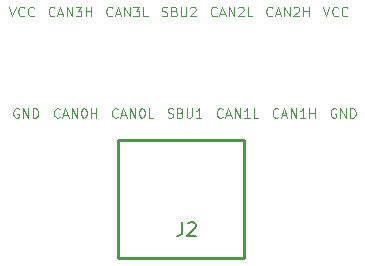
<source format=gbr>
%TF.GenerationSoftware,KiCad,Pcbnew,8.0.1*%
%TF.CreationDate,2024-03-22T11:25:25-04:00*%
%TF.ProjectId,commapogo_female,636f6d6d-6170-46f6-976f-5f66656d616c,rev?*%
%TF.SameCoordinates,Original*%
%TF.FileFunction,Legend,Top*%
%TF.FilePolarity,Positive*%
%FSLAX46Y46*%
G04 Gerber Fmt 4.6, Leading zero omitted, Abs format (unit mm)*
G04 Created by KiCad (PCBNEW 8.0.1) date 2024-03-22 11:25:25*
%MOMM*%
%LPD*%
G01*
G04 APERTURE LIST*
%ADD10C,0.100000*%
%ADD11C,0.152000*%
%ADD12C,0.254000*%
%ADD13C,3.000000*%
%ADD14C,0.650000*%
%ADD15O,1.000000X1.600000*%
%ADD16O,1.000000X1.800000*%
%ADD17O,1.000000X1.700000*%
%ADD18R,0.300000X1.000000*%
%ADD19C,0.600000*%
%ADD20C,2.500000*%
G04 APERTURE END LIST*
D10*
X-14573178Y8675505D02*
X-14306511Y7875505D01*
X-14306511Y7875505D02*
X-14039845Y8675505D01*
X-13316035Y7951696D02*
X-13354131Y7913600D01*
X-13354131Y7913600D02*
X-13468416Y7875505D01*
X-13468416Y7875505D02*
X-13544607Y7875505D01*
X-13544607Y7875505D02*
X-13658893Y7913600D01*
X-13658893Y7913600D02*
X-13735083Y7989791D01*
X-13735083Y7989791D02*
X-13773178Y8065981D01*
X-13773178Y8065981D02*
X-13811274Y8218362D01*
X-13811274Y8218362D02*
X-13811274Y8332648D01*
X-13811274Y8332648D02*
X-13773178Y8485029D01*
X-13773178Y8485029D02*
X-13735083Y8561220D01*
X-13735083Y8561220D02*
X-13658893Y8637410D01*
X-13658893Y8637410D02*
X-13544607Y8675505D01*
X-13544607Y8675505D02*
X-13468416Y8675505D01*
X-13468416Y8675505D02*
X-13354131Y8637410D01*
X-13354131Y8637410D02*
X-13316035Y8599315D01*
X-12516035Y7951696D02*
X-12554131Y7913600D01*
X-12554131Y7913600D02*
X-12668416Y7875505D01*
X-12668416Y7875505D02*
X-12744607Y7875505D01*
X-12744607Y7875505D02*
X-12858893Y7913600D01*
X-12858893Y7913600D02*
X-12935083Y7989791D01*
X-12935083Y7989791D02*
X-12973178Y8065981D01*
X-12973178Y8065981D02*
X-13011274Y8218362D01*
X-13011274Y8218362D02*
X-13011274Y8332648D01*
X-13011274Y8332648D02*
X-12973178Y8485029D01*
X-12973178Y8485029D02*
X-12935083Y8561220D01*
X-12935083Y8561220D02*
X-12858893Y8637410D01*
X-12858893Y8637410D02*
X-12744607Y8675505D01*
X-12744607Y8675505D02*
X-12668416Y8675505D01*
X-12668416Y8675505D02*
X-12554131Y8637410D01*
X-12554131Y8637410D02*
X-12516035Y8599315D01*
X13087355Y52210D02*
X13011165Y90305D01*
X13011165Y90305D02*
X12896879Y90305D01*
X12896879Y90305D02*
X12782593Y52210D01*
X12782593Y52210D02*
X12706403Y-23980D01*
X12706403Y-23980D02*
X12668308Y-100171D01*
X12668308Y-100171D02*
X12630212Y-252552D01*
X12630212Y-252552D02*
X12630212Y-366838D01*
X12630212Y-366838D02*
X12668308Y-519219D01*
X12668308Y-519219D02*
X12706403Y-595409D01*
X12706403Y-595409D02*
X12782593Y-671600D01*
X12782593Y-671600D02*
X12896879Y-709695D01*
X12896879Y-709695D02*
X12973070Y-709695D01*
X12973070Y-709695D02*
X13087355Y-671600D01*
X13087355Y-671600D02*
X13125451Y-633504D01*
X13125451Y-633504D02*
X13125451Y-366838D01*
X13125451Y-366838D02*
X12973070Y-366838D01*
X13468308Y-709695D02*
X13468308Y90305D01*
X13468308Y90305D02*
X13925451Y-709695D01*
X13925451Y-709695D02*
X13925451Y90305D01*
X14306403Y-709695D02*
X14306403Y90305D01*
X14306403Y90305D02*
X14496879Y90305D01*
X14496879Y90305D02*
X14611165Y52210D01*
X14611165Y52210D02*
X14687355Y-23980D01*
X14687355Y-23980D02*
X14725450Y-100171D01*
X14725450Y-100171D02*
X14763546Y-252552D01*
X14763546Y-252552D02*
X14763546Y-366838D01*
X14763546Y-366838D02*
X14725450Y-519219D01*
X14725450Y-519219D02*
X14687355Y-595409D01*
X14687355Y-595409D02*
X14611165Y-671600D01*
X14611165Y-671600D02*
X14496879Y-709695D01*
X14496879Y-709695D02*
X14306403Y-709695D01*
D11*
X63714Y-9537869D02*
X63714Y-10354298D01*
X63714Y-10354298D02*
X9285Y-10517583D01*
X9285Y-10517583D02*
X-99572Y-10626441D01*
X-99572Y-10626441D02*
X-262858Y-10680869D01*
X-262858Y-10680869D02*
X-371715Y-10680869D01*
X553571Y-9646726D02*
X607999Y-9592298D01*
X607999Y-9592298D02*
X716857Y-9537869D01*
X716857Y-9537869D02*
X988999Y-9537869D01*
X988999Y-9537869D02*
X1097857Y-9592298D01*
X1097857Y-9592298D02*
X1152285Y-9646726D01*
X1152285Y-9646726D02*
X1206714Y-9755583D01*
X1206714Y-9755583D02*
X1206714Y-9864441D01*
X1206714Y-9864441D02*
X1152285Y-10027726D01*
X1152285Y-10027726D02*
X499142Y-10680869D01*
X499142Y-10680869D02*
X1206714Y-10680869D01*
D10*
X11995222Y8675505D02*
X12261889Y7875505D01*
X12261889Y7875505D02*
X12528555Y8675505D01*
X13252365Y7951696D02*
X13214269Y7913600D01*
X13214269Y7913600D02*
X13099984Y7875505D01*
X13099984Y7875505D02*
X13023793Y7875505D01*
X13023793Y7875505D02*
X12909507Y7913600D01*
X12909507Y7913600D02*
X12833317Y7989791D01*
X12833317Y7989791D02*
X12795222Y8065981D01*
X12795222Y8065981D02*
X12757126Y8218362D01*
X12757126Y8218362D02*
X12757126Y8332648D01*
X12757126Y8332648D02*
X12795222Y8485029D01*
X12795222Y8485029D02*
X12833317Y8561220D01*
X12833317Y8561220D02*
X12909507Y8637410D01*
X12909507Y8637410D02*
X13023793Y8675505D01*
X13023793Y8675505D02*
X13099984Y8675505D01*
X13099984Y8675505D02*
X13214269Y8637410D01*
X13214269Y8637410D02*
X13252365Y8599315D01*
X14052365Y7951696D02*
X14014269Y7913600D01*
X14014269Y7913600D02*
X13899984Y7875505D01*
X13899984Y7875505D02*
X13823793Y7875505D01*
X13823793Y7875505D02*
X13709507Y7913600D01*
X13709507Y7913600D02*
X13633317Y7989791D01*
X13633317Y7989791D02*
X13595222Y8065981D01*
X13595222Y8065981D02*
X13557126Y8218362D01*
X13557126Y8218362D02*
X13557126Y8332648D01*
X13557126Y8332648D02*
X13595222Y8485029D01*
X13595222Y8485029D02*
X13633317Y8561220D01*
X13633317Y8561220D02*
X13709507Y8637410D01*
X13709507Y8637410D02*
X13823793Y8675505D01*
X13823793Y8675505D02*
X13899984Y8675505D01*
X13899984Y8675505D02*
X14014269Y8637410D01*
X14014269Y8637410D02*
X14052365Y8599315D01*
X-10748286Y7951696D02*
X-10786382Y7913600D01*
X-10786382Y7913600D02*
X-10900667Y7875505D01*
X-10900667Y7875505D02*
X-10976858Y7875505D01*
X-10976858Y7875505D02*
X-11091144Y7913600D01*
X-11091144Y7913600D02*
X-11167334Y7989791D01*
X-11167334Y7989791D02*
X-11205429Y8065981D01*
X-11205429Y8065981D02*
X-11243525Y8218362D01*
X-11243525Y8218362D02*
X-11243525Y8332648D01*
X-11243525Y8332648D02*
X-11205429Y8485029D01*
X-11205429Y8485029D02*
X-11167334Y8561220D01*
X-11167334Y8561220D02*
X-11091144Y8637410D01*
X-11091144Y8637410D02*
X-10976858Y8675505D01*
X-10976858Y8675505D02*
X-10900667Y8675505D01*
X-10900667Y8675505D02*
X-10786382Y8637410D01*
X-10786382Y8637410D02*
X-10748286Y8599315D01*
X-10443525Y8104077D02*
X-10062572Y8104077D01*
X-10519715Y7875505D02*
X-10253048Y8675505D01*
X-10253048Y8675505D02*
X-9986382Y7875505D01*
X-9719715Y7875505D02*
X-9719715Y8675505D01*
X-9719715Y8675505D02*
X-9262572Y7875505D01*
X-9262572Y7875505D02*
X-9262572Y8675505D01*
X-8957811Y8675505D02*
X-8462573Y8675505D01*
X-8462573Y8675505D02*
X-8729239Y8370743D01*
X-8729239Y8370743D02*
X-8614954Y8370743D01*
X-8614954Y8370743D02*
X-8538763Y8332648D01*
X-8538763Y8332648D02*
X-8500668Y8294553D01*
X-8500668Y8294553D02*
X-8462573Y8218362D01*
X-8462573Y8218362D02*
X-8462573Y8027886D01*
X-8462573Y8027886D02*
X-8500668Y7951696D01*
X-8500668Y7951696D02*
X-8538763Y7913600D01*
X-8538763Y7913600D02*
X-8614954Y7875505D01*
X-8614954Y7875505D02*
X-8843525Y7875505D01*
X-8843525Y7875505D02*
X-8919716Y7913600D01*
X-8919716Y7913600D02*
X-8957811Y7951696D01*
X-8119715Y7875505D02*
X-8119715Y8675505D01*
X-8119715Y8294553D02*
X-7662572Y8294553D01*
X-7662572Y7875505D02*
X-7662572Y8675505D01*
X-5399541Y-633504D02*
X-5437637Y-671600D01*
X-5437637Y-671600D02*
X-5551922Y-709695D01*
X-5551922Y-709695D02*
X-5628113Y-709695D01*
X-5628113Y-709695D02*
X-5742399Y-671600D01*
X-5742399Y-671600D02*
X-5818589Y-595409D01*
X-5818589Y-595409D02*
X-5856684Y-519219D01*
X-5856684Y-519219D02*
X-5894780Y-366838D01*
X-5894780Y-366838D02*
X-5894780Y-252552D01*
X-5894780Y-252552D02*
X-5856684Y-100171D01*
X-5856684Y-100171D02*
X-5818589Y-23980D01*
X-5818589Y-23980D02*
X-5742399Y52210D01*
X-5742399Y52210D02*
X-5628113Y90305D01*
X-5628113Y90305D02*
X-5551922Y90305D01*
X-5551922Y90305D02*
X-5437637Y52210D01*
X-5437637Y52210D02*
X-5399541Y14115D01*
X-5094780Y-481123D02*
X-4713827Y-481123D01*
X-5170970Y-709695D02*
X-4904303Y90305D01*
X-4904303Y90305D02*
X-4637637Y-709695D01*
X-4370970Y-709695D02*
X-4370970Y90305D01*
X-4370970Y90305D02*
X-3913827Y-709695D01*
X-3913827Y-709695D02*
X-3913827Y90305D01*
X-3380494Y90305D02*
X-3304304Y90305D01*
X-3304304Y90305D02*
X-3228113Y52210D01*
X-3228113Y52210D02*
X-3190018Y14115D01*
X-3190018Y14115D02*
X-3151923Y-62076D01*
X-3151923Y-62076D02*
X-3113828Y-214457D01*
X-3113828Y-214457D02*
X-3113828Y-404933D01*
X-3113828Y-404933D02*
X-3151923Y-557314D01*
X-3151923Y-557314D02*
X-3190018Y-633504D01*
X-3190018Y-633504D02*
X-3228113Y-671600D01*
X-3228113Y-671600D02*
X-3304304Y-709695D01*
X-3304304Y-709695D02*
X-3380494Y-709695D01*
X-3380494Y-709695D02*
X-3456685Y-671600D01*
X-3456685Y-671600D02*
X-3494780Y-633504D01*
X-3494780Y-633504D02*
X-3532875Y-557314D01*
X-3532875Y-557314D02*
X-3570971Y-404933D01*
X-3570971Y-404933D02*
X-3570971Y-214457D01*
X-3570971Y-214457D02*
X-3532875Y-62076D01*
X-3532875Y-62076D02*
X-3494780Y14115D01*
X-3494780Y14115D02*
X-3456685Y52210D01*
X-3456685Y52210D02*
X-3380494Y90305D01*
X-2390018Y-709695D02*
X-2770970Y-709695D01*
X-2770970Y-709695D02*
X-2770970Y90305D01*
X-1168295Y-671600D02*
X-1054009Y-709695D01*
X-1054009Y-709695D02*
X-863533Y-709695D01*
X-863533Y-709695D02*
X-787342Y-671600D01*
X-787342Y-671600D02*
X-749247Y-633504D01*
X-749247Y-633504D02*
X-711152Y-557314D01*
X-711152Y-557314D02*
X-711152Y-481123D01*
X-711152Y-481123D02*
X-749247Y-404933D01*
X-749247Y-404933D02*
X-787342Y-366838D01*
X-787342Y-366838D02*
X-863533Y-328742D01*
X-863533Y-328742D02*
X-1015914Y-290647D01*
X-1015914Y-290647D02*
X-1092104Y-252552D01*
X-1092104Y-252552D02*
X-1130199Y-214457D01*
X-1130199Y-214457D02*
X-1168295Y-138266D01*
X-1168295Y-138266D02*
X-1168295Y-62076D01*
X-1168295Y-62076D02*
X-1130199Y14115D01*
X-1130199Y14115D02*
X-1092104Y52210D01*
X-1092104Y52210D02*
X-1015914Y90305D01*
X-1015914Y90305D02*
X-825437Y90305D01*
X-825437Y90305D02*
X-711152Y52210D01*
X-101628Y-290647D02*
X12658Y-328742D01*
X12658Y-328742D02*
X50753Y-366838D01*
X50753Y-366838D02*
X88849Y-443028D01*
X88849Y-443028D02*
X88849Y-557314D01*
X88849Y-557314D02*
X50753Y-633504D01*
X50753Y-633504D02*
X12658Y-671600D01*
X12658Y-671600D02*
X-63532Y-709695D01*
X-63532Y-709695D02*
X-368294Y-709695D01*
X-368294Y-709695D02*
X-368294Y90305D01*
X-368294Y90305D02*
X-101628Y90305D01*
X-101628Y90305D02*
X-25437Y52210D01*
X-25437Y52210D02*
X12658Y14115D01*
X12658Y14115D02*
X50753Y-62076D01*
X50753Y-62076D02*
X50753Y-138266D01*
X50753Y-138266D02*
X12658Y-214457D01*
X12658Y-214457D02*
X-25437Y-252552D01*
X-25437Y-252552D02*
X-101628Y-290647D01*
X-101628Y-290647D02*
X-368294Y-290647D01*
X431706Y90305D02*
X431706Y-557314D01*
X431706Y-557314D02*
X469801Y-633504D01*
X469801Y-633504D02*
X507896Y-671600D01*
X507896Y-671600D02*
X584087Y-709695D01*
X584087Y-709695D02*
X736468Y-709695D01*
X736468Y-709695D02*
X812658Y-671600D01*
X812658Y-671600D02*
X850753Y-633504D01*
X850753Y-633504D02*
X888849Y-557314D01*
X888849Y-557314D02*
X888849Y90305D01*
X1688848Y-709695D02*
X1231705Y-709695D01*
X1460277Y-709695D02*
X1460277Y90305D01*
X1460277Y90305D02*
X1384086Y-23980D01*
X1384086Y-23980D02*
X1307896Y-100171D01*
X1307896Y-100171D02*
X1231705Y-138266D01*
X-13785845Y52210D02*
X-13862035Y90305D01*
X-13862035Y90305D02*
X-13976321Y90305D01*
X-13976321Y90305D02*
X-14090607Y52210D01*
X-14090607Y52210D02*
X-14166797Y-23980D01*
X-14166797Y-23980D02*
X-14204892Y-100171D01*
X-14204892Y-100171D02*
X-14242988Y-252552D01*
X-14242988Y-252552D02*
X-14242988Y-366838D01*
X-14242988Y-366838D02*
X-14204892Y-519219D01*
X-14204892Y-519219D02*
X-14166797Y-595409D01*
X-14166797Y-595409D02*
X-14090607Y-671600D01*
X-14090607Y-671600D02*
X-13976321Y-709695D01*
X-13976321Y-709695D02*
X-13900130Y-709695D01*
X-13900130Y-709695D02*
X-13785845Y-671600D01*
X-13785845Y-671600D02*
X-13747749Y-633504D01*
X-13747749Y-633504D02*
X-13747749Y-366838D01*
X-13747749Y-366838D02*
X-13900130Y-366838D01*
X-13404892Y-709695D02*
X-13404892Y90305D01*
X-13404892Y90305D02*
X-12947749Y-709695D01*
X-12947749Y-709695D02*
X-12947749Y90305D01*
X-12566797Y-709695D02*
X-12566797Y90305D01*
X-12566797Y90305D02*
X-12376321Y90305D01*
X-12376321Y90305D02*
X-12262035Y52210D01*
X-12262035Y52210D02*
X-12185845Y-23980D01*
X-12185845Y-23980D02*
X-12147750Y-100171D01*
X-12147750Y-100171D02*
X-12109654Y-252552D01*
X-12109654Y-252552D02*
X-12109654Y-366838D01*
X-12109654Y-366838D02*
X-12147750Y-519219D01*
X-12147750Y-519219D02*
X-12185845Y-595409D01*
X-12185845Y-595409D02*
X-12262035Y-671600D01*
X-12262035Y-671600D02*
X-12376321Y-709695D01*
X-12376321Y-709695D02*
X-12566797Y-709695D01*
X-1650885Y7913600D02*
X-1536599Y7875505D01*
X-1536599Y7875505D02*
X-1346123Y7875505D01*
X-1346123Y7875505D02*
X-1269932Y7913600D01*
X-1269932Y7913600D02*
X-1231837Y7951696D01*
X-1231837Y7951696D02*
X-1193742Y8027886D01*
X-1193742Y8027886D02*
X-1193742Y8104077D01*
X-1193742Y8104077D02*
X-1231837Y8180267D01*
X-1231837Y8180267D02*
X-1269932Y8218362D01*
X-1269932Y8218362D02*
X-1346123Y8256458D01*
X-1346123Y8256458D02*
X-1498504Y8294553D01*
X-1498504Y8294553D02*
X-1574694Y8332648D01*
X-1574694Y8332648D02*
X-1612789Y8370743D01*
X-1612789Y8370743D02*
X-1650885Y8446934D01*
X-1650885Y8446934D02*
X-1650885Y8523124D01*
X-1650885Y8523124D02*
X-1612789Y8599315D01*
X-1612789Y8599315D02*
X-1574694Y8637410D01*
X-1574694Y8637410D02*
X-1498504Y8675505D01*
X-1498504Y8675505D02*
X-1308027Y8675505D01*
X-1308027Y8675505D02*
X-1193742Y8637410D01*
X-584218Y8294553D02*
X-469932Y8256458D01*
X-469932Y8256458D02*
X-431837Y8218362D01*
X-431837Y8218362D02*
X-393741Y8142172D01*
X-393741Y8142172D02*
X-393741Y8027886D01*
X-393741Y8027886D02*
X-431837Y7951696D01*
X-431837Y7951696D02*
X-469932Y7913600D01*
X-469932Y7913600D02*
X-546122Y7875505D01*
X-546122Y7875505D02*
X-850884Y7875505D01*
X-850884Y7875505D02*
X-850884Y8675505D01*
X-850884Y8675505D02*
X-584218Y8675505D01*
X-584218Y8675505D02*
X-508027Y8637410D01*
X-508027Y8637410D02*
X-469932Y8599315D01*
X-469932Y8599315D02*
X-431837Y8523124D01*
X-431837Y8523124D02*
X-431837Y8446934D01*
X-431837Y8446934D02*
X-469932Y8370743D01*
X-469932Y8370743D02*
X-508027Y8332648D01*
X-508027Y8332648D02*
X-584218Y8294553D01*
X-584218Y8294553D02*
X-850884Y8294553D01*
X-50884Y8675505D02*
X-50884Y8027886D01*
X-50884Y8027886D02*
X-12789Y7951696D01*
X-12789Y7951696D02*
X25306Y7913600D01*
X25306Y7913600D02*
X101497Y7875505D01*
X101497Y7875505D02*
X253878Y7875505D01*
X253878Y7875505D02*
X330068Y7913600D01*
X330068Y7913600D02*
X368163Y7951696D01*
X368163Y7951696D02*
X406259Y8027886D01*
X406259Y8027886D02*
X406259Y8675505D01*
X749115Y8599315D02*
X787211Y8637410D01*
X787211Y8637410D02*
X863401Y8675505D01*
X863401Y8675505D02*
X1053877Y8675505D01*
X1053877Y8675505D02*
X1130068Y8637410D01*
X1130068Y8637410D02*
X1168163Y8599315D01*
X1168163Y8599315D02*
X1206258Y8523124D01*
X1206258Y8523124D02*
X1206258Y8446934D01*
X1206258Y8446934D02*
X1168163Y8332648D01*
X1168163Y8332648D02*
X711020Y7875505D01*
X711020Y7875505D02*
X1206258Y7875505D01*
X7675090Y7951696D02*
X7636994Y7913600D01*
X7636994Y7913600D02*
X7522709Y7875505D01*
X7522709Y7875505D02*
X7446518Y7875505D01*
X7446518Y7875505D02*
X7332232Y7913600D01*
X7332232Y7913600D02*
X7256042Y7989791D01*
X7256042Y7989791D02*
X7217947Y8065981D01*
X7217947Y8065981D02*
X7179851Y8218362D01*
X7179851Y8218362D02*
X7179851Y8332648D01*
X7179851Y8332648D02*
X7217947Y8485029D01*
X7217947Y8485029D02*
X7256042Y8561220D01*
X7256042Y8561220D02*
X7332232Y8637410D01*
X7332232Y8637410D02*
X7446518Y8675505D01*
X7446518Y8675505D02*
X7522709Y8675505D01*
X7522709Y8675505D02*
X7636994Y8637410D01*
X7636994Y8637410D02*
X7675090Y8599315D01*
X7979851Y8104077D02*
X8360804Y8104077D01*
X7903661Y7875505D02*
X8170328Y8675505D01*
X8170328Y8675505D02*
X8436994Y7875505D01*
X8703661Y7875505D02*
X8703661Y8675505D01*
X8703661Y8675505D02*
X9160804Y7875505D01*
X9160804Y7875505D02*
X9160804Y8675505D01*
X9503660Y8599315D02*
X9541756Y8637410D01*
X9541756Y8637410D02*
X9617946Y8675505D01*
X9617946Y8675505D02*
X9808422Y8675505D01*
X9808422Y8675505D02*
X9884613Y8637410D01*
X9884613Y8637410D02*
X9922708Y8599315D01*
X9922708Y8599315D02*
X9960803Y8523124D01*
X9960803Y8523124D02*
X9960803Y8446934D01*
X9960803Y8446934D02*
X9922708Y8332648D01*
X9922708Y8332648D02*
X9465565Y7875505D01*
X9465565Y7875505D02*
X9960803Y7875505D01*
X10303661Y7875505D02*
X10303661Y8675505D01*
X10303661Y8294553D02*
X10760804Y8294553D01*
X10760804Y7875505D02*
X10760804Y8675505D01*
X-10316502Y-633504D02*
X-10354598Y-671600D01*
X-10354598Y-671600D02*
X-10468883Y-709695D01*
X-10468883Y-709695D02*
X-10545074Y-709695D01*
X-10545074Y-709695D02*
X-10659360Y-671600D01*
X-10659360Y-671600D02*
X-10735550Y-595409D01*
X-10735550Y-595409D02*
X-10773645Y-519219D01*
X-10773645Y-519219D02*
X-10811741Y-366838D01*
X-10811741Y-366838D02*
X-10811741Y-252552D01*
X-10811741Y-252552D02*
X-10773645Y-100171D01*
X-10773645Y-100171D02*
X-10735550Y-23980D01*
X-10735550Y-23980D02*
X-10659360Y52210D01*
X-10659360Y52210D02*
X-10545074Y90305D01*
X-10545074Y90305D02*
X-10468883Y90305D01*
X-10468883Y90305D02*
X-10354598Y52210D01*
X-10354598Y52210D02*
X-10316502Y14115D01*
X-10011741Y-481123D02*
X-9630788Y-481123D01*
X-10087931Y-709695D02*
X-9821264Y90305D01*
X-9821264Y90305D02*
X-9554598Y-709695D01*
X-9287931Y-709695D02*
X-9287931Y90305D01*
X-9287931Y90305D02*
X-8830788Y-709695D01*
X-8830788Y-709695D02*
X-8830788Y90305D01*
X-8297455Y90305D02*
X-8221265Y90305D01*
X-8221265Y90305D02*
X-8145074Y52210D01*
X-8145074Y52210D02*
X-8106979Y14115D01*
X-8106979Y14115D02*
X-8068884Y-62076D01*
X-8068884Y-62076D02*
X-8030789Y-214457D01*
X-8030789Y-214457D02*
X-8030789Y-404933D01*
X-8030789Y-404933D02*
X-8068884Y-557314D01*
X-8068884Y-557314D02*
X-8106979Y-633504D01*
X-8106979Y-633504D02*
X-8145074Y-671600D01*
X-8145074Y-671600D02*
X-8221265Y-709695D01*
X-8221265Y-709695D02*
X-8297455Y-709695D01*
X-8297455Y-709695D02*
X-8373646Y-671600D01*
X-8373646Y-671600D02*
X-8411741Y-633504D01*
X-8411741Y-633504D02*
X-8449836Y-557314D01*
X-8449836Y-557314D02*
X-8487932Y-404933D01*
X-8487932Y-404933D02*
X-8487932Y-214457D01*
X-8487932Y-214457D02*
X-8449836Y-62076D01*
X-8449836Y-62076D02*
X-8411741Y14115D01*
X-8411741Y14115D02*
X-8373646Y52210D01*
X-8373646Y52210D02*
X-8297455Y90305D01*
X-7687931Y-709695D02*
X-7687931Y90305D01*
X-7687931Y-290647D02*
X-7230788Y-290647D01*
X-7230788Y-709695D02*
X-7230788Y90305D01*
X-5856728Y7951696D02*
X-5894824Y7913600D01*
X-5894824Y7913600D02*
X-6009109Y7875505D01*
X-6009109Y7875505D02*
X-6085300Y7875505D01*
X-6085300Y7875505D02*
X-6199586Y7913600D01*
X-6199586Y7913600D02*
X-6275776Y7989791D01*
X-6275776Y7989791D02*
X-6313871Y8065981D01*
X-6313871Y8065981D02*
X-6351967Y8218362D01*
X-6351967Y8218362D02*
X-6351967Y8332648D01*
X-6351967Y8332648D02*
X-6313871Y8485029D01*
X-6313871Y8485029D02*
X-6275776Y8561220D01*
X-6275776Y8561220D02*
X-6199586Y8637410D01*
X-6199586Y8637410D02*
X-6085300Y8675505D01*
X-6085300Y8675505D02*
X-6009109Y8675505D01*
X-6009109Y8675505D02*
X-5894824Y8637410D01*
X-5894824Y8637410D02*
X-5856728Y8599315D01*
X-5551967Y8104077D02*
X-5171014Y8104077D01*
X-5628157Y7875505D02*
X-5361490Y8675505D01*
X-5361490Y8675505D02*
X-5094824Y7875505D01*
X-4828157Y7875505D02*
X-4828157Y8675505D01*
X-4828157Y8675505D02*
X-4371014Y7875505D01*
X-4371014Y7875505D02*
X-4371014Y8675505D01*
X-4066253Y8675505D02*
X-3571015Y8675505D01*
X-3571015Y8675505D02*
X-3837681Y8370743D01*
X-3837681Y8370743D02*
X-3723396Y8370743D01*
X-3723396Y8370743D02*
X-3647205Y8332648D01*
X-3647205Y8332648D02*
X-3609110Y8294553D01*
X-3609110Y8294553D02*
X-3571015Y8218362D01*
X-3571015Y8218362D02*
X-3571015Y8027886D01*
X-3571015Y8027886D02*
X-3609110Y7951696D01*
X-3609110Y7951696D02*
X-3647205Y7913600D01*
X-3647205Y7913600D02*
X-3723396Y7875505D01*
X-3723396Y7875505D02*
X-3951967Y7875505D01*
X-3951967Y7875505D02*
X-4028158Y7913600D01*
X-4028158Y7913600D02*
X-4066253Y7951696D01*
X-2847205Y7875505D02*
X-3228157Y7875505D01*
X-3228157Y7875505D02*
X-3228157Y8675505D01*
X3482001Y-633504D02*
X3443905Y-671600D01*
X3443905Y-671600D02*
X3329620Y-709695D01*
X3329620Y-709695D02*
X3253429Y-709695D01*
X3253429Y-709695D02*
X3139143Y-671600D01*
X3139143Y-671600D02*
X3062953Y-595409D01*
X3062953Y-595409D02*
X3024858Y-519219D01*
X3024858Y-519219D02*
X2986762Y-366838D01*
X2986762Y-366838D02*
X2986762Y-252552D01*
X2986762Y-252552D02*
X3024858Y-100171D01*
X3024858Y-100171D02*
X3062953Y-23980D01*
X3062953Y-23980D02*
X3139143Y52210D01*
X3139143Y52210D02*
X3253429Y90305D01*
X3253429Y90305D02*
X3329620Y90305D01*
X3329620Y90305D02*
X3443905Y52210D01*
X3443905Y52210D02*
X3482001Y14115D01*
X3786762Y-481123D02*
X4167715Y-481123D01*
X3710572Y-709695D02*
X3977239Y90305D01*
X3977239Y90305D02*
X4243905Y-709695D01*
X4510572Y-709695D02*
X4510572Y90305D01*
X4510572Y90305D02*
X4967715Y-709695D01*
X4967715Y-709695D02*
X4967715Y90305D01*
X5767714Y-709695D02*
X5310571Y-709695D01*
X5539143Y-709695D02*
X5539143Y90305D01*
X5539143Y90305D02*
X5462952Y-23980D01*
X5462952Y-23980D02*
X5386762Y-100171D01*
X5386762Y-100171D02*
X5310571Y-138266D01*
X6491524Y-709695D02*
X6110572Y-709695D01*
X6110572Y-709695D02*
X6110572Y90305D01*
X2974008Y7951696D02*
X2935912Y7913600D01*
X2935912Y7913600D02*
X2821627Y7875505D01*
X2821627Y7875505D02*
X2745436Y7875505D01*
X2745436Y7875505D02*
X2631150Y7913600D01*
X2631150Y7913600D02*
X2554960Y7989791D01*
X2554960Y7989791D02*
X2516865Y8065981D01*
X2516865Y8065981D02*
X2478769Y8218362D01*
X2478769Y8218362D02*
X2478769Y8332648D01*
X2478769Y8332648D02*
X2516865Y8485029D01*
X2516865Y8485029D02*
X2554960Y8561220D01*
X2554960Y8561220D02*
X2631150Y8637410D01*
X2631150Y8637410D02*
X2745436Y8675505D01*
X2745436Y8675505D02*
X2821627Y8675505D01*
X2821627Y8675505D02*
X2935912Y8637410D01*
X2935912Y8637410D02*
X2974008Y8599315D01*
X3278769Y8104077D02*
X3659722Y8104077D01*
X3202579Y7875505D02*
X3469246Y8675505D01*
X3469246Y8675505D02*
X3735912Y7875505D01*
X4002579Y7875505D02*
X4002579Y8675505D01*
X4002579Y8675505D02*
X4459722Y7875505D01*
X4459722Y7875505D02*
X4459722Y8675505D01*
X4802578Y8599315D02*
X4840674Y8637410D01*
X4840674Y8637410D02*
X4916864Y8675505D01*
X4916864Y8675505D02*
X5107340Y8675505D01*
X5107340Y8675505D02*
X5183531Y8637410D01*
X5183531Y8637410D02*
X5221626Y8599315D01*
X5221626Y8599315D02*
X5259721Y8523124D01*
X5259721Y8523124D02*
X5259721Y8446934D01*
X5259721Y8446934D02*
X5221626Y8332648D01*
X5221626Y8332648D02*
X4764483Y7875505D01*
X4764483Y7875505D02*
X5259721Y7875505D01*
X5983531Y7875505D02*
X5602579Y7875505D01*
X5602579Y7875505D02*
X5602579Y8675505D01*
X8208486Y-633504D02*
X8170390Y-671600D01*
X8170390Y-671600D02*
X8056105Y-709695D01*
X8056105Y-709695D02*
X7979914Y-709695D01*
X7979914Y-709695D02*
X7865628Y-671600D01*
X7865628Y-671600D02*
X7789438Y-595409D01*
X7789438Y-595409D02*
X7751343Y-519219D01*
X7751343Y-519219D02*
X7713247Y-366838D01*
X7713247Y-366838D02*
X7713247Y-252552D01*
X7713247Y-252552D02*
X7751343Y-100171D01*
X7751343Y-100171D02*
X7789438Y-23980D01*
X7789438Y-23980D02*
X7865628Y52210D01*
X7865628Y52210D02*
X7979914Y90305D01*
X7979914Y90305D02*
X8056105Y90305D01*
X8056105Y90305D02*
X8170390Y52210D01*
X8170390Y52210D02*
X8208486Y14115D01*
X8513247Y-481123D02*
X8894200Y-481123D01*
X8437057Y-709695D02*
X8703724Y90305D01*
X8703724Y90305D02*
X8970390Y-709695D01*
X9237057Y-709695D02*
X9237057Y90305D01*
X9237057Y90305D02*
X9694200Y-709695D01*
X9694200Y-709695D02*
X9694200Y90305D01*
X10494199Y-709695D02*
X10037056Y-709695D01*
X10265628Y-709695D02*
X10265628Y90305D01*
X10265628Y90305D02*
X10189437Y-23980D01*
X10189437Y-23980D02*
X10113247Y-100171D01*
X10113247Y-100171D02*
X10037056Y-138266D01*
X10837057Y-709695D02*
X10837057Y90305D01*
X10837057Y-290647D02*
X11294200Y-290647D01*
X11294200Y-709695D02*
X11294200Y90305D01*
D12*
%TO.C,J2*%
X-5334000Y-2592000D02*
X5334000Y-2592000D01*
X-5334000Y-12592000D02*
X-5334000Y-2592000D01*
X5334000Y-2592000D02*
X5334000Y-12592000D01*
X5334000Y-12592000D02*
X-5334000Y-12592000D01*
%TD*%
%LPC*%
D13*
%TO.C,H1*%
X-16637000Y6858000D03*
%TD*%
D14*
%TO.C,J2*%
X-3600000Y-4370000D03*
X3590000Y-4330000D03*
D15*
X-4125000Y-5620000D03*
D16*
X-4485000Y-10010000D03*
X4485000Y-10010000D03*
D17*
X4125000Y-5620000D03*
D18*
X-2750000Y-3810000D03*
X-2250000Y-3810000D03*
X-1750000Y-3810000D03*
X-1250000Y-3810000D03*
X-750000Y-3810000D03*
X-250000Y-3810000D03*
X250000Y-3810000D03*
X750000Y-3810000D03*
X1250000Y-3810000D03*
X1750000Y-3810000D03*
X2250000Y-3810000D03*
X2750000Y-3810000D03*
D19*
X2800000Y-5020000D03*
X2400000Y-5720000D03*
X1600000Y-5720000D03*
X1200000Y-5020000D03*
X800000Y-5720000D03*
X400000Y-5020000D03*
X-400000Y-5020000D03*
X-800000Y-5720000D03*
X-1200000Y-5020000D03*
X-1600000Y-5720000D03*
X-2400000Y-5720000D03*
X-2800000Y-5020000D03*
%TD*%
D13*
%TO.C,H4*%
X8509000Y-8382000D03*
%TD*%
%TO.C,H3*%
X-8509000Y-8382000D03*
%TD*%
%TO.C,H2*%
X16637000Y6858000D03*
%TD*%
D20*
%TO.C,J1*%
X-12192000Y6096000D03*
X-8128000Y6096000D03*
X-4064000Y6096000D03*
X0Y6096000D03*
X4064000Y6096000D03*
X8128000Y6096000D03*
X12192000Y6096000D03*
X-12192000Y2032000D03*
X-8128000Y2032000D03*
X-4064000Y2032000D03*
X0Y2032000D03*
X4064000Y2032000D03*
X8128000Y2032000D03*
X12192000Y2032000D03*
%TD*%
%LPD*%
M02*

</source>
